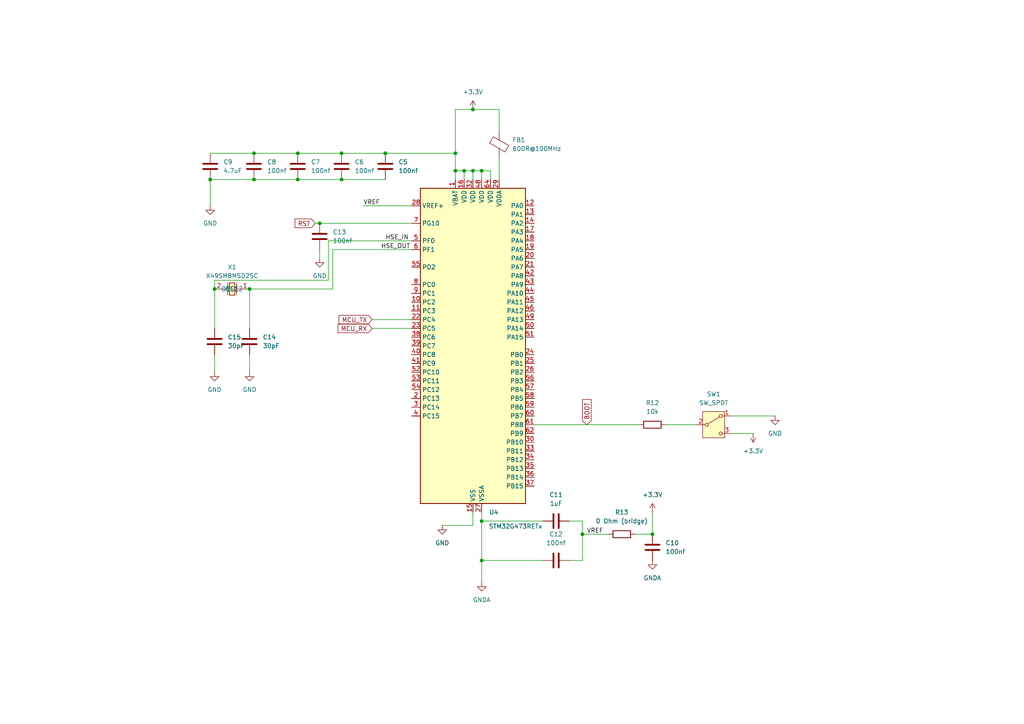
<source format=kicad_sch>
(kicad_sch (version 20250114) (generator "eeschema") (generator_version "9.0")
  (paper "A4")
  (title_block (title "BeanBike Controller MCU") (date "2025-10-10") (rev "3") (company "Ginobeano"))
  (lib_symbols
    (symbol "Device:C" (pin_numbers (hide yes)) (pin_names (offset 0.254))
      (property "Reference" "C" (at 0.635 2.54 0))
      (property "Value" "C" (at 0.635 -2.54 0))
      (symbol "C_0_1"
        (polyline (pts (xy -2.032 0.762) (xy 2.032 0.762)) (stroke (width 0.508)))
        (polyline (pts (xy -2.032 -0.762) (xy 2.032 -0.762)) (stroke (width 0.508)))
      )
      (symbol "C_1_1"
        (pin passive line (at 0 3.81 270) (length 2.794) (name "~") (number "1"))
        (pin passive line (at 0 -3.81 90) (length 2.794) (name "~") (number "2"))
      )
    )
    (symbol "Device:FerriteBead" (pin_numbers (hide yes)) (pin_names (offset 0))
      (property "Reference" "FB" (at -3.81 0.635 90))
      (property "Value" "FerriteBead" (at 3.81 0 90))
      (symbol "FerriteBead_0_1"
        (polyline (pts (xy -2.7686 0.4064) (xy -1.7018 2.2606) (xy 2.7686 -0.3048) (xy 1.6764 -2.159) (xy -2.7686 0.4064)))
        (polyline (pts (xy 0 1.27) (xy 0 1.2954)))
        (polyline (pts (xy 0 -1.27) (xy 0 -1.2192)))
      )
      (symbol "FerriteBead_1_1"
        (pin passive line (at 0 3.81 270) (length 2.54) (name "~") (number "1"))
        (pin passive line (at 0 -3.81 90) (length 2.54) (name "~") (number "2"))
      )
    )
    (symbol "Device:R" (pin_numbers (hide yes)) (pin_names (offset 0))
      (property "Reference" "R" (at 2.032 0 90))
      (property "Value" "R" (at 0 0 90))
      (symbol "R_0_1"
        (rectangle (start -1.016 -2.54) (end 1.016 2.54) (stroke (width 0.254)))
      )
      (symbol "R_1_1"
        (pin passive line (at 0 3.81 270) (length 1.27) (name "~") (number "1"))
        (pin passive line (at 0 -3.81 90) (length 1.27) (name "~") (number "2"))
      )
    )
    (symbol "MCU_ST_STM32G4:STM32G473RETx"
      (property "Reference" "U" (at -15.24 46.99 0))
      (property "Value" "STM32G473RETx" (at 10.16 46.99 0))
      (symbol "STM32G473RETx_0_1"
        (rectangle (start -15.24 -45.72) (end 15.24 45.72) (stroke (width 0.254)) (fill (type background)))
      )
      (symbol "STM32G473RETx_1_1"
        (pin input line (at -17.78 40.64 0) (length 2.54) (name "VREF+") (number "28"))
        (pin bidirectional line (at -17.78 35.56 0) (length 2.54) (name "PG10") (number "7"))
        (pin bidirectional line (at -17.78 30.48 0) (length 2.54) (name "PF0") (number "5"))
        (pin bidirectional line (at -17.78 27.94 0) (length 2.54) (name "PF1") (number "6"))
        (pin bidirectional line (at -17.78 22.86 0) (length 2.54) (name "PD2") (number "55"))
        (pin bidirectional line (at -17.78 17.78 0) (length 2.54) (name "PC0") (number "8"))
        (pin bidirectional line (at -17.78 15.24 0) (length 2.54) (name "PC1") (number "9"))
        (pin bidirectional line (at -17.78 12.7 0) (length 2.54) (name "PC2") (number "10"))
        (pin bidirectional line (at -17.78 10.16 0) (length 2.54) (name "PC3") (number "11"))
        (pin bidirectional line (at -17.78 7.62 0) (length 2.54) (name "PC4") (number "22"))
        (pin bidirectional line (at -17.78 5.08 0) (length 2.54) (name "PC5") (number "23"))
        (pin bidirectional line (at -17.78 2.54 0) (length 2.54) (name "PC6") (number "38"))
        (pin bidirectional line (at -17.78 0 0) (length 2.54) (name "PC7") (number "39"))
        (pin bidirectional line (at -17.78 -2.54 0) (length 2.54) (name "PC8") (number "40"))
        (pin bidirectional line (at -17.78 -5.08 0) (length 2.54) (name "PC9") (number "41"))
        (pin bidirectional line (at -17.78 -7.62 0) (length 2.54) (name "PC10") (number "52"))
        (pin bidirectional line (at -17.78 -10.16 0) (length 2.54) (name "PC11") (number "53"))
        (pin bidirectional line (at -17.78 -12.7 0) (length 2.54) (name "PC12") (number "54"))
        (pin bidirectional line (at -17.78 -15.24 0) (length 2.54) (name "PC13") (number "2"))
        (pin bidirectional line (at -17.78 -17.78 0) (length 2.54) (name "PC14") (number "3"))
        (pin bidirectional line (at -17.78 -20.32 0) (length 2.54) (name "PC15") (number "4"))
        (pin power_in line (at -5.08 48.26 270) (length 2.54) (name "VBAT") (number "1"))
        (pin power_in line (at -2.54 48.26 270) (length 2.54) (name "VDD") (number "16"))
        (pin power_in line (at 0 48.26 270) (length 2.54) (name "VDD") (number "32"))
        (pin power_in line (at 0 -48.26 90) (length 2.54) (name "VSS") (number "15"))
        (pin passive line (at 0 -48.26 90) (length 2.54) (hide yes) (name "VSS") (number "31"))
        (pin passive line (at 0 -48.26 90) (length 2.54) (hide yes) (name "VSS") (number "47"))
        (pin passive line (at 0 -48.26 90) (length 2.54) (hide yes) (name "VSS") (number "63"))
        (pin power_in line (at 2.54 48.26 270) (length 2.54) (name "VDD") (number "48"))
        (pin power_in line (at 2.54 -48.26 90) (length 2.54) (name "VSSA") (number "27"))
        (pin power_in line (at 5.08 48.26 270) (length 2.54) (name "VDD") (number "64"))
        (pin power_in line (at 7.62 48.26 270) (length 2.54) (name "VDDA") (number "29"))
        (pin bidirectional line (at 17.78 40.64 180) (length 2.54) (name "PA0") (number "12"))
        (pin bidirectional line (at 17.78 38.1 180) (length 2.54) (name "PA1") (number "13"))
        (pin bidirectional line (at 17.78 35.56 180) (length 2.54) (name "PA2") (number "14"))
        (pin bidirectional line (at 17.78 33.02 180) (length 2.54) (name "PA3") (number "17"))
        (pin bidirectional line (at 17.78 30.48 180) (length 2.54) (name "PA4") (number "18"))
        (pin bidirectional line (at 17.78 27.94 180) (length 2.54) (name "PA5") (number "19"))
        (pin bidirectional line (at 17.78 25.4 180) (length 2.54) (name "PA6") (number "20"))
        (pin bidirectional line (at 17.78 22.86 180) (length 2.54) (name "PA7") (number "21"))
        (pin bidirectional line (at 17.78 20.32 180) (length 2.54) (name "PA8") (number "42"))
        (pin bidirectional line (at 17.78 17.78 180) (length 2.54) (name "PA9") (number "43"))
        (pin bidirectional line (at 17.78 15.24 180) (length 2.54) (name "PA10") (number "44"))
        (pin bidirectional line (at 17.78 12.7 180) (length 2.54) (name "PA11") (number "45"))
        (pin bidirectional line (at 17.78 10.16 180) (length 2.54) (name "PA12") (number "46"))
        (pin bidirectional line (at 17.78 7.62 180) (length 2.54) (name "PA13") (number "49"))
        (pin bidirectional line (at 17.78 5.08 180) (length 2.54) (name "PA14") (number "50"))
        (pin bidirectional line (at 17.78 2.54 180) (length 2.54) (name "PA15") (number "51"))
        (pin bidirectional line (at 17.78 -2.54 180) (length 2.54) (name "PB0") (number "24"))
        (pin bidirectional line (at 17.78 -5.08 180) (length 2.54) (name "PB1") (number "25"))
        (pin bidirectional line (at 17.78 -7.62 180) (length 2.54) (name "PB2") (number "26"))
        (pin bidirectional line (at 17.78 -10.16 180) (length 2.54) (name "PB3") (number "56"))
        (pin bidirectional line (at 17.78 -12.7 180) (length 2.54) (name "PB4") (number "57"))
        (pin bidirectional line (at 17.78 -15.24 180) (length 2.54) (name "PB5") (number "58"))
        (pin bidirectional line (at 17.78 -17.78 180) (length 2.54) (name "PB6") (number "59"))
        (pin bidirectional line (at 17.78 -20.32 180) (length 2.54) (name "PB7") (number "60"))
        (pin bidirectional line (at 17.78 -22.86 180) (length 2.54) (name "PB8") (number "61"))
        (pin bidirectional line (at 17.78 -25.4 180) (length 2.54) (name "PB9") (number "62"))
        (pin bidirectional line (at 17.78 -27.94 180) (length 2.54) (name "PB10") (number "30"))
        (pin bidirectional line (at 17.78 -30.48 180) (length 2.54) (name "PB11") (number "33"))
        (pin bidirectional line (at 17.78 -33.02 180) (length 2.54) (name "PB12") (number "34"))
        (pin bidirectional line (at 17.78 -35.56 180) (length 2.54) (name "PB13") (number "35"))
        (pin bidirectional line (at 17.78 -38.1 180) (length 2.54) (name "PB14") (number "36"))
        (pin bidirectional line (at 17.78 -40.64 180) (length 2.54) (name "PB15") (number "37"))
      )
    )
    (symbol "Switch:SW_SPDT" (pin_names (offset 0) (hide yes))
      (property "Reference" "SW" (at 0 5.08 0))
      (property "Value" "SW_SPDT" (at 0 -5.08 0))
      (symbol "SW_SPDT_0_1"
        (circle (center -2.032 0) (radius 0.4572))
        (polyline (pts (xy -1.651 0.254) (xy 1.651 2.286)))
        (circle (center 2.032 2.54) (radius 0.4572))
        (circle (center 2.032 -2.54) (radius 0.4572))
      )
      (symbol "SW_SPDT_1_1"
        (rectangle (start -3.175 3.81) (end 3.175 -3.81) (fill (type background)))
        (pin passive line (at -5.08 0 0) (length 2.54) (name "B") (number "2"))
        (pin passive line (at 5.08 2.54 180) (length 2.54) (name "A") (number "1"))
        (pin passive line (at 5.08 -2.54 180) (length 2.54) (name "C") (number "3"))
      )
    )
    (symbol "easyeda2kicad:X49SM8MSD2SC"
      (property "Reference" "X" (at 0 5.08 0))
      (property "Value" "X49SM8MSD2SC" (at 0 -5.08 0))
      (symbol "X49SM8MSD2SC_0_1"
        (polyline (pts (xy -2.54 0) (xy -1.52 0)))
        (polyline (pts (xy -1.27 1.78) (xy -1.27 -1.78)))
        (polyline (pts (xy -1.27 1.02) (xy -1.27 -1.02)))
        (polyline (pts (xy -0.76 1.78) (xy 0.76 1.78)))
        (polyline (pts (xy -0.76 -1.78) (xy -0.76 1.78) (xy 0.76 1.78) (xy 0.76 -1.78) (xy -0.76 -1.78)) (fill (type background)))
        (polyline (pts (xy 0.76 1.78) (xy 0.76 -1.78) (xy -0.76 -1.78) (xy -0.76 1.78)))
        (polyline (pts (xy 1.27 1.78) (xy 1.27 -1.78)))
        (polyline (pts (xy 1.27 1.02) (xy 1.27 -1.02)))
        (polyline (pts (xy 2.54 0) (xy 1.52 0)))
        (pin input line (at -5.08 0 0) (length 2.54) (name "OSC2") (number "2"))
        (pin input line (at 5.08 0 180) (length 2.54) (name "OSC1") (number "1"))
      )
    )
    (symbol "power:+3.3V" (power) (pin_numbers (hide yes)) (pin_names (offset 0) (hide yes))
      (property "Value" "+3.3V" (at 0 3.556 0))
      (symbol "+3.3V_0_1"
        (polyline (pts (xy -0.762 1.27) (xy 0 2.54)))
        (polyline (pts (xy 0 2.54) (xy 0.762 1.27)))
        (polyline (pts (xy 0 0) (xy 0 2.54)))
      )
      (symbol "+3.3V_1_1"
        (pin power_in line (at 0 0 90) (length 0) (name "~") (number "1"))
      )
    )
    (symbol "power:GND" (power) (pin_numbers (hide yes)) (pin_names (offset 0) (hide yes))
      (property "Value" "GND" (at 0 -3.81 0))
      (symbol "GND_0_1"
        (polyline (pts (xy 0 0) (xy 0 -1.27) (xy 1.27 -1.27) (xy 0 -2.54) (xy -1.27 -1.27) (xy 0 -1.27)))
      )
      (symbol "GND_1_1"
        (pin power_in line (at 0 0 270) (length 0) (name "~") (number "1"))
      )
    )
    (symbol "power:GNDA" (power) (pin_numbers (hide yes)) (pin_names (offset 0) (hide yes))
      (property "Value" "GNDA" (at 0 -3.81 0))
      (symbol "GNDA_0_1"
        (polyline (pts (xy 0 0) (xy 0 -1.27) (xy 1.27 -1.27) (xy 0 -2.54) (xy -1.27 -1.27) (xy 0 -1.27)))
      )
      (symbol "GNDA_1_1"
        (pin power_in line (at 0 0 270) (length 0) (name "~") (number "1"))
      )
    )
  )
  (junction (at 92.71 64.77))
  (junction (at 139.7 162.56))
  (junction (at 99.06 52.07))
  (junction (at 137.16 31.75))
  (junction (at 99.06 44.45))
  (junction (at 86.36 44.45))
  (junction (at 137.16 49.53))
  (junction (at 132.08 49.53))
  (junction (at 73.66 44.45))
  (junction (at 139.7 49.53))
  (junction (at 73.66 52.07))
  (junction (at 168.91 154.94))
  (junction (at 139.7 151.13))
  (junction (at 60.96 52.07))
  (junction (at 72.39 83.82))
  (junction (at 62.23 83.82))
  (junction (at 86.36 52.07))
  (junction (at 132.08 44.45))
  (junction (at 111.76 44.45))
  (junction (at 134.62 49.53))
  (junction (at 189.23 154.94))
  (wire (pts (xy 144.78 45.72) (xy 144.78 52.07)))
  (wire (pts (xy 193.04 123.19) (xy 201.93 123.19)))
  (wire (pts (xy 60.96 44.45) (xy 73.66 44.45)))
  (wire (pts (xy 62.23 81.28) (xy 62.23 83.82)))
  (wire (pts (xy 73.66 52.07) (xy 86.36 52.07)))
  (wire (pts (xy 168.91 154.94) (xy 176.53 154.94)))
  (wire (pts (xy 86.36 44.45) (xy 99.06 44.45)))
  (wire (pts (xy 142.24 49.53) (xy 139.7 49.53)))
  (wire (pts (xy 119.38 72.39) (xy 96.52 72.39)))
  (wire (pts (xy 184.15 154.94) (xy 189.23 154.94)))
  (wire (pts (xy 111.76 44.45) (xy 132.08 44.45)))
  (wire (pts (xy 73.66 44.45) (xy 86.36 44.45)))
  (wire (pts (xy 165.1 151.13) (xy 168.91 151.13)))
  (wire (pts (xy 96.52 72.39) (xy 96.52 83.82)))
  (wire (pts (xy 99.06 44.45) (xy 111.76 44.45)))
  (wire (pts (xy 99.06 52.07) (xy 111.76 52.07)))
  (wire (pts (xy 139.7 162.56) (xy 157.48 162.56)))
  (wire (pts (xy 95.25 69.85) (xy 95.25 81.28)))
  (wire (pts (xy 119.38 69.85) (xy 95.25 69.85)))
  (wire (pts (xy 137.16 49.53) (xy 137.16 52.07)))
  (wire (pts (xy 189.23 154.94) (xy 189.23 148.59)))
  (wire (pts (xy 107.95 92.71) (xy 119.38 92.71)))
  (wire (pts (xy 168.91 162.56) (xy 168.91 154.94)))
  (wire (pts (xy 212.09 125.73) (xy 218.44 125.73)))
  (wire (pts (xy 139.7 49.53) (xy 137.16 49.53)))
  (wire (pts (xy 132.08 31.75) (xy 137.16 31.75)))
  (wire (pts (xy 91.44 64.77) (xy 92.71 64.77)))
  (wire (pts (xy 212.09 120.65) (xy 224.79 120.65)))
  (wire (pts (xy 165.1 162.56) (xy 168.91 162.56)))
  (wire (pts (xy 132.08 49.53) (xy 132.08 52.07)))
  (wire (pts (xy 139.7 151.13) (xy 139.7 162.56)))
  (wire (pts (xy 107.95 95.25) (xy 119.38 95.25)))
  (wire (pts (xy 96.52 83.82) (xy 72.39 83.82)))
  (wire (pts (xy 134.62 49.53) (xy 134.62 52.07)))
  (wire (pts (xy 95.25 81.28) (xy 62.23 81.28)))
  (wire (pts (xy 144.78 31.75) (xy 137.16 31.75)))
  (wire (pts (xy 154.94 123.19) (xy 185.42 123.19)))
  (wire (pts (xy 128.27 152.4) (xy 137.16 152.4)))
  (wire (pts (xy 139.7 162.56) (xy 139.7 168.91)))
  (wire (pts (xy 139.7 151.13) (xy 157.48 151.13)))
  (wire (pts (xy 105.41 59.69) (xy 119.38 59.69)))
  (wire (pts (xy 132.08 31.75) (xy 132.08 44.45)))
  (wire (pts (xy 142.24 52.07) (xy 142.24 49.53)))
  (wire (pts (xy 72.39 102.87) (xy 72.39 107.95)))
  (wire (pts (xy 62.23 83.82) (xy 62.23 95.25)))
  (wire (pts (xy 62.23 102.87) (xy 62.23 107.95)))
  (wire (pts (xy 137.16 49.53) (xy 134.62 49.53)))
  (wire (pts (xy 139.7 49.53) (xy 139.7 52.07)))
  (wire (pts (xy 137.16 152.4) (xy 137.16 148.59)))
  (wire (pts (xy 86.36 52.07) (xy 99.06 52.07)))
  (wire (pts (xy 92.71 72.39) (xy 92.71 74.93)))
  (wire (pts (xy 134.62 49.53) (xy 132.08 49.53)))
  (wire (pts (xy 132.08 44.45) (xy 132.08 49.53)))
  (wire (pts (xy 168.91 151.13) (xy 168.91 154.94)))
  (wire (pts (xy 144.78 38.1) (xy 144.78 31.75)))
  (wire (pts (xy 60.96 52.07) (xy 73.66 52.07)))
  (wire (pts (xy 92.71 64.77) (xy 119.38 64.77)))
  (wire (pts (xy 60.96 52.07) (xy 60.96 59.69)))
  (wire (pts (xy 139.7 148.59) (xy 139.7 151.13)))
  (wire (pts (xy 72.39 83.82) (xy 72.39 95.25)))
  (label "VREF" (at 105.41 59.69 0))
  (label "HSE_OUT" (at 110.49 72.39 0))
  (label "HSE_IN" (at 111.76 69.85 0))
  (label "VREF" (at 170.18 154.94 0))
  (global_label "RST" (shape input) (at 91.44 64.77 180) (property "Intersheetrefs" "${INTERSHEET_REFS}" (effects (hide yes))))
  (global_label "BOOT" (shape input) (at 170.18 123.19 90) (property "Intersheetrefs" "${INTERSHEET_REFS}" (effects (hide yes))))
  (global_label "MCU_RX" (shape input) (at 107.95 95.25 180) (property "Intersheetrefs" "${INTERSHEET_REFS}" (effects (hide yes))))
  (global_label "MCU_TX" (shape input) (at 107.95 92.71 180) (property "Intersheetrefs" "${INTERSHEET_REFS}" (effects (hide yes))))
  (symbol (lib_id "power:GND") (at 92.71 74.93 0) (unit 1)
    (property "Reference" "#PWR029" (effects (hide yes)))
    (property "Value" "GND" (at 92.71 80.01 0))
    (property "Description" "Power symbol creates a global label with name \"GND\" , ground" (effects (hide yes)))
  )
  (symbol (lib_id "power:GND") (at 60.96 59.69 0) (unit 1)
    (property "Reference" "#PWR06" (effects (hide yes)))
    (property "Value" "GND" (at 60.96 64.77 0))
    (property "Description" "Power symbol creates a global label with name \"GND\" , ground" (effects (hide yes)))
  )
  (symbol (lib_id "Switch:SW_SPDT") (at 207.01 123.19 0) (unit 1)
    (property "Reference" "SW1" (at 207.01 114.3 0))
    (property "Value" "SW_SPDT" (at 207.01 116.84 0))
    (property "Description" "Switch, single pole double throw" (effects (hide yes)))
  )
  (symbol (lib_id "power:GND") (at 62.23 107.95 0) (unit 1)
    (property "Reference" "#PWR039" (effects (hide yes)))
    (property "Value" "GND" (at 62.23 113.03 0))
    (property "Description" "Power symbol creates a global label with name \"GND\" , ground" (effects (hide yes)))
  )
  (symbol (lib_id "power:GND") (at 128.27 152.4 0) (unit 1)
    (property "Reference" "#PWR023" (effects (hide yes)))
    (property "Value" "GND" (at 128.27 157.48 0))
    (property "Description" "Power symbol creates a global label with name \"GND\" , ground" (effects (hide yes)))
  )
  (symbol (lib_id "power:GND") (at 72.39 107.95 0) (unit 1)
    (property "Reference" "#PWR040" (effects (hide yes)))
    (property "Value" "GND" (at 72.39 113.03 0))
    (property "Description" "Power symbol creates a global label with name \"GND\" , ground" (effects (hide yes)))
  )
  (symbol (lib_id "MCU_ST_STM32G4:STM32G473RETx") (at 137.16 100.33 0) (unit 1)
    (property "Reference" "U4" (at 141.8433 148.59 0) (effects (justify left)))
    (property "Value" "STM32G473RETx" (at 141.732 152.654 0) (effects (justify left)))
    (property "Footprint" "Package_QFP:LQFP-64_10x10mm_P0.5mm" (effects (hide yes)))
    (property "Datasheet" "https://www.st.com/resource/en/datasheet/stm32g473re.pdf" (effects (hide yes)))
    (property "Description" "STMicroelectronics Arm Cortex-M4 MCU, 512KB flash, 128KB RAM, 170 MHz, 1.71-3.6V, 52 GPIO, LQFP64" (effects (hide yes)))
  )
  (symbol (lib_id "Device:C") (at 73.66 48.26 0) (unit 1)
    (property "Reference" "C8" (at 77.47 46.9899 0) (effects (justify left)))
    (property "Value" "100nf" (at 77.47 49.5299 0) (effects (justify left)))
    (property "Description" "Unpolarized capacitor" (effects (hide yes)))
  )
  (symbol (lib_id "Device:C") (at 161.29 151.13 90) (unit 1)
    (property "Reference" "C11" (at 161.29 143.51 90))
    (property "Value" "1uF" (at 161.29 146.05 90))
    (property "Description" "Unpolarized capacitor" (effects (hide yes)))
  )
  (symbol (lib_id "power:+3.3V") (at 137.16 31.75 0) (unit 1)
    (property "Reference" "#PWR07" (effects (hide yes)))
    (property "Value" "+3.3V" (at 137.16 26.67 0))
    (property "Description" "Power symbol creates a global label with name \"+3.3V\"" (effects (hide yes)))
  )
  (symbol (lib_id "Device:C") (at 62.23 99.06 0) (unit 1)
    (property "Reference" "C15" (at 66.04 97.7899 0) (effects (justify left)))
    (property "Value" "30pF" (at 66.04 100.3299 0) (effects (justify left)))
    (property "Description" "Unpolarized capacitor" (effects (hide yes)))
  )
  (symbol (lib_id "power:GNDA") (at 189.23 162.56 0) (unit 1)
    (property "Reference" "#PWR025" (effects (hide yes)))
    (property "Value" "GNDA" (at 189.23 167.64 0))
    (property "Description" "Power symbol creates a global label with name \"GNDA\" , analog ground" (effects (hide yes)))
  )
  (symbol (lib_id "Device:R") (at 189.23 123.19 90) (unit 1)
    (property "Reference" "R12" (at 189.23 116.84 90))
    (property "Value" "10k" (at 189.23 119.38 90))
    (property "Description" "Resistor" (effects (hide yes)))
  )
  (symbol (lib_id "easyeda2kicad:X49SM8MSD2SC") (at 67.31 83.82 0) (unit 1)
    (property "Reference" "X1" (at 67.31 77.47 0))
    (property "Value" "X49SM8MSD2SC" (at 67.31 80.01 0))
    (property "Footprint" "easyeda2kicad:CRYSTAL-SMD_L11.5-W4.8-LS12.7" (effects (hide yes)))
    (property "Datasheet" "https://lcsc.com/product-detail/49SMD_HC-49SMD-8MHZ-20PF-20PPM_C12674.html" (effects (hide yes)))
    (property "LCSC Part" "C12674" (effects (hide yes)))
  )
  (symbol (lib_id "Device:C") (at 92.71 68.58 0) (unit 1)
    (property "Reference" "C13" (at 96.52 67.3099 0) (effects (justify left)))
    (property "Value" "100nf" (at 96.52 69.8499 0) (effects (justify left)))
    (property "Description" "Unpolarized capacitor" (effects (hide yes)))
  )
  (symbol (lib_id "Device:FerriteBead") (at 144.78 41.91 0) (unit 1)
    (property "Reference" "FB1" (at 148.59 40.5891 0) (effects (justify left)))
    (property "Value" "600R@100MHz" (at 148.59 43.1291 0) (effects (justify left)))
    (property "Description" "Ferrite bead" (effects (hide yes)))
  )
  (symbol (lib_id "power:+3.3V") (at 218.44 125.73 180) (unit 1)
    (property "Reference" "#PWR028" (effects (hide yes)))
    (property "Value" "+3.3V" (at 218.44 130.81 0))
    (property "Description" "Power symbol creates a global label with name \"+3.3V\"" (effects (hide yes)))
  )
  (symbol (lib_id "power:+3.3V") (at 189.23 148.59 0) (unit 1)
    (property "Reference" "#PWR024" (effects (hide yes)))
    (property "Value" "+3.3V" (at 189.23 143.51 0))
    (property "Description" "Power symbol creates a global label with name \"+3.3V\"" (effects (hide yes)))
  )
  (symbol (lib_id "Device:R") (at 180.34 154.94 90) (unit 1)
    (property "Reference" "R13" (at 180.34 148.59 90))
    (property "Value" "0 Ohm (bridge)" (at 180.34 151.13 90))
    (property "Description" "Resistor" (effects (hide yes)))
  )
  (symbol (lib_id "Device:C") (at 60.96 48.26 0) (unit 1)
    (property "Reference" "C9" (at 64.77 46.9899 0) (effects (justify left)))
    (property "Value" "4.7uF" (at 64.77 49.5299 0) (effects (justify left)))
    (property "Description" "Unpolarized capacitor" (effects (hide yes)))
  )
  (symbol (lib_id "power:GND") (at 224.79 120.65 0) (unit 1)
    (property "Reference" "#PWR027" (effects (hide yes)))
    (property "Value" "GND" (at 224.79 125.73 0))
    (property "Description" "Power symbol creates a global label with name \"GND\" , ground" (effects (hide yes)))
  )
  (symbol (lib_id "Device:C") (at 72.39 99.06 0) (unit 1)
    (property "Reference" "C14" (at 76.2 97.7899 0) (effects (justify left)))
    (property "Value" "30pF" (at 76.2 100.3299 0) (effects (justify left)))
    (property "Description" "Unpolarized capacitor" (effects (hide yes)))
  )
  (symbol (lib_id "Device:C") (at 161.29 162.56 90) (unit 1)
    (property "Reference" "C12" (at 161.29 154.94 90))
    (property "Value" "100nf" (at 161.29 157.48 90))
    (property "Description" "Unpolarized capacitor" (effects (hide yes)))
  )
  (symbol (lib_id "Device:C") (at 111.76 48.26 0) (unit 1)
    (property "Reference" "C5" (at 115.57 46.9899 0) (effects (justify left)))
    (property "Value" "100nf" (at 115.57 49.5299 0) (effects (justify left)))
    (property "Description" "Unpolarized capacitor" (effects (hide yes)))
  )
  (symbol (lib_id "Device:C") (at 99.06 48.26 0) (unit 1)
    (property "Reference" "C6" (at 102.87 46.9899 0) (effects (justify left)))
    (property "Value" "100nf" (at 102.87 49.5299 0) (effects (justify left)))
    (property "Description" "Unpolarized capacitor" (effects (hide yes)))
  )
  (symbol (lib_id "power:GNDA") (at 139.7 168.91 0) (unit 1)
    (property "Reference" "#PWR026" (effects (hide yes)))
    (property "Value" "GNDA" (at 139.7 173.99 0))
    (property "Description" "Power symbol creates a global label with name \"GNDA\" , analog ground" (effects (hide yes)))
  )
  (symbol (lib_id "Device:C") (at 86.36 48.26 0) (unit 1)
    (property "Reference" "C7" (at 90.17 46.9899 0) (effects (justify left)))
    (property "Value" "100nf" (at 90.17 49.5299 0) (effects (justify left)))
    (property "Description" "Unpolarized capacitor" (effects (hide yes)))
  )
  (symbol (lib_id "Device:C") (at 189.23 158.75 0) (unit 1)
    (property "Reference" "C10" (at 193.04 157.4799 0) (effects (justify left)))
    (property "Value" "100nf" (at 193.04 160.0199 0) (effects (justify left)))
    (property "Description" "Unpolarized capacitor" (effects (hide yes)))
  )
)
</source>
